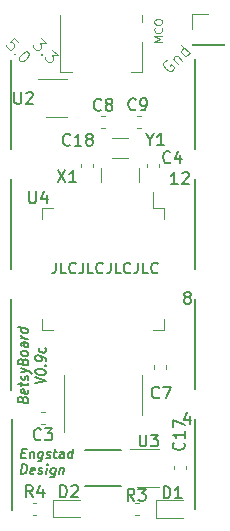
<source format=gto>
%TF.GenerationSoftware,KiCad,Pcbnew,(5.1.10-1-10_14)*%
%TF.CreationDate,2021-05-30T00:03:35-07:00*%
%TF.ProjectId,BetsyBoard,42657473-7942-46f6-9172-642e6b696361,rev?*%
%TF.SameCoordinates,Original*%
%TF.FileFunction,Legend,Top*%
%TF.FilePolarity,Positive*%
%FSLAX46Y46*%
G04 Gerber Fmt 4.6, Leading zero omitted, Abs format (unit mm)*
G04 Created by KiCad (PCBNEW (5.1.10-1-10_14)) date 2021-05-30 00:03:35*
%MOMM*%
%LPD*%
G01*
G04 APERTURE LIST*
%ADD10C,0.150000*%
%ADD11C,0.125000*%
%ADD12C,0.100000*%
%ADD13C,0.120000*%
G04 APERTURE END LIST*
D10*
X112047857Y-79517142D02*
X112047857Y-80160000D01*
X112005000Y-80288571D01*
X111919285Y-80374285D01*
X111790714Y-80417142D01*
X111705000Y-80417142D01*
X112905000Y-80417142D02*
X112476428Y-80417142D01*
X112476428Y-79517142D01*
X113719285Y-80331428D02*
X113676428Y-80374285D01*
X113547857Y-80417142D01*
X113462142Y-80417142D01*
X113333571Y-80374285D01*
X113247857Y-80288571D01*
X113205000Y-80202857D01*
X113162142Y-80031428D01*
X113162142Y-79902857D01*
X113205000Y-79731428D01*
X113247857Y-79645714D01*
X113333571Y-79560000D01*
X113462142Y-79517142D01*
X113547857Y-79517142D01*
X113676428Y-79560000D01*
X113719285Y-79602857D01*
X114362142Y-79517142D02*
X114362142Y-80160000D01*
X114319285Y-80288571D01*
X114233571Y-80374285D01*
X114105000Y-80417142D01*
X114019285Y-80417142D01*
X115219285Y-80417142D02*
X114790714Y-80417142D01*
X114790714Y-79517142D01*
X116033571Y-80331428D02*
X115990714Y-80374285D01*
X115862142Y-80417142D01*
X115776428Y-80417142D01*
X115647857Y-80374285D01*
X115562142Y-80288571D01*
X115519285Y-80202857D01*
X115476428Y-80031428D01*
X115476428Y-79902857D01*
X115519285Y-79731428D01*
X115562142Y-79645714D01*
X115647857Y-79560000D01*
X115776428Y-79517142D01*
X115862142Y-79517142D01*
X115990714Y-79560000D01*
X116033571Y-79602857D01*
X116676428Y-79517142D02*
X116676428Y-80160000D01*
X116633571Y-80288571D01*
X116547857Y-80374285D01*
X116419285Y-80417142D01*
X116333571Y-80417142D01*
X117533571Y-80417142D02*
X117105000Y-80417142D01*
X117105000Y-79517142D01*
X118347857Y-80331428D02*
X118305000Y-80374285D01*
X118176428Y-80417142D01*
X118090714Y-80417142D01*
X117962142Y-80374285D01*
X117876428Y-80288571D01*
X117833571Y-80202857D01*
X117790714Y-80031428D01*
X117790714Y-79902857D01*
X117833571Y-79731428D01*
X117876428Y-79645714D01*
X117962142Y-79560000D01*
X118090714Y-79517142D01*
X118176428Y-79517142D01*
X118305000Y-79560000D01*
X118347857Y-79602857D01*
X118990714Y-79517142D02*
X118990714Y-80160000D01*
X118947857Y-80288571D01*
X118862142Y-80374285D01*
X118733571Y-80417142D01*
X118647857Y-80417142D01*
X119847857Y-80417142D02*
X119419285Y-80417142D01*
X119419285Y-79517142D01*
X120662142Y-80331428D02*
X120619285Y-80374285D01*
X120490714Y-80417142D01*
X120405000Y-80417142D01*
X120276428Y-80374285D01*
X120190714Y-80288571D01*
X120147857Y-80202857D01*
X120105000Y-80031428D01*
X120105000Y-79902857D01*
X120147857Y-79731428D01*
X120190714Y-79645714D01*
X120276428Y-79560000D01*
X120405000Y-79517142D01*
X120490714Y-79517142D01*
X120619285Y-79560000D01*
X120662142Y-79602857D01*
D11*
X121416677Y-62356415D02*
X121315662Y-62390087D01*
X121214647Y-62491102D01*
X121147303Y-62625789D01*
X121147303Y-62760476D01*
X121180975Y-62861491D01*
X121281990Y-63029850D01*
X121383006Y-63130865D01*
X121551364Y-63231880D01*
X121652380Y-63265552D01*
X121787067Y-63265552D01*
X121921754Y-63198209D01*
X121989097Y-63130865D01*
X122056441Y-62996178D01*
X122056441Y-62928835D01*
X121820738Y-62693132D01*
X121686051Y-62827819D01*
X121955425Y-62221728D02*
X122426830Y-62693132D01*
X122022769Y-62289071D02*
X122022769Y-62221728D01*
X122056441Y-62120712D01*
X122157456Y-62019697D01*
X122258471Y-61986025D01*
X122359487Y-62019697D01*
X122729876Y-62390087D01*
X123369639Y-61750323D02*
X122662532Y-61043216D01*
X123335967Y-61716651D02*
X123302296Y-61817667D01*
X123167609Y-61952354D01*
X123066593Y-61986025D01*
X122999250Y-61986025D01*
X122898235Y-61952354D01*
X122696204Y-61750323D01*
X122662532Y-61649308D01*
X122662532Y-61581964D01*
X122696204Y-61480949D01*
X122830891Y-61346262D01*
X122931906Y-61312590D01*
D10*
X108204000Y-82550000D02*
X108204000Y-90297000D01*
X108204000Y-72390000D02*
X108204000Y-80010000D01*
X108204000Y-62357000D02*
X108204000Y-69850000D01*
X108331000Y-100457000D02*
X108331000Y-92710000D01*
X122364523Y-72842380D02*
X121793095Y-72842380D01*
X122078809Y-72842380D02*
X122078809Y-71842380D01*
X121983571Y-71985238D01*
X121888333Y-72080476D01*
X121793095Y-72128095D01*
X122745476Y-71937619D02*
X122793095Y-71890000D01*
X122888333Y-71842380D01*
X123126428Y-71842380D01*
X123221666Y-71890000D01*
X123269285Y-71937619D01*
X123316904Y-72032857D01*
X123316904Y-72128095D01*
X123269285Y-72270952D01*
X122697857Y-72842380D01*
X123316904Y-72842380D01*
X123094761Y-82430952D02*
X122999523Y-82383333D01*
X122951904Y-82335714D01*
X122904285Y-82240476D01*
X122904285Y-82192857D01*
X122951904Y-82097619D01*
X122999523Y-82050000D01*
X123094761Y-82002380D01*
X123285238Y-82002380D01*
X123380476Y-82050000D01*
X123428095Y-82097619D01*
X123475714Y-82192857D01*
X123475714Y-82240476D01*
X123428095Y-82335714D01*
X123380476Y-82383333D01*
X123285238Y-82430952D01*
X123094761Y-82430952D01*
X122999523Y-82478571D01*
X122951904Y-82526190D01*
X122904285Y-82621428D01*
X122904285Y-82811904D01*
X122951904Y-82907142D01*
X122999523Y-82954761D01*
X123094761Y-83002380D01*
X123285238Y-83002380D01*
X123380476Y-82954761D01*
X123428095Y-82907142D01*
X123475714Y-82811904D01*
X123475714Y-82621428D01*
X123428095Y-82526190D01*
X123380476Y-82478571D01*
X123285238Y-82430952D01*
X123380476Y-92495714D02*
X123380476Y-93162380D01*
X123142380Y-92114761D02*
X122904285Y-92829047D01*
X123523333Y-92829047D01*
X123825000Y-92710000D02*
X123825000Y-100330000D01*
X123825000Y-82550000D02*
X123825000Y-90170000D01*
X123825000Y-72390000D02*
X123825000Y-80010000D01*
X123825000Y-62230000D02*
X123825000Y-69850000D01*
D12*
X121068266Y-60817800D02*
X120368266Y-60817800D01*
X120868266Y-60584466D01*
X120368266Y-60351133D01*
X121068266Y-60351133D01*
X121001600Y-59617800D02*
X121034933Y-59651133D01*
X121068266Y-59751133D01*
X121068266Y-59817800D01*
X121034933Y-59917800D01*
X120968266Y-59984466D01*
X120901600Y-60017800D01*
X120768266Y-60051133D01*
X120668266Y-60051133D01*
X120534933Y-60017800D01*
X120468266Y-59984466D01*
X120401600Y-59917800D01*
X120368266Y-59817800D01*
X120368266Y-59751133D01*
X120401600Y-59651133D01*
X120434933Y-59617800D01*
X120368266Y-59184466D02*
X120368266Y-59051133D01*
X120401600Y-58984466D01*
X120468266Y-58917800D01*
X120601600Y-58884466D01*
X120834933Y-58884466D01*
X120968266Y-58917800D01*
X121034933Y-58984466D01*
X121068266Y-59051133D01*
X121068266Y-59184466D01*
X121034933Y-59251133D01*
X120968266Y-59317800D01*
X120834933Y-59351133D01*
X120601600Y-59351133D01*
X120468266Y-59317800D01*
X120401600Y-59251133D01*
X120368266Y-59184466D01*
D11*
X110746446Y-60471996D02*
X111184179Y-60909729D01*
X110679103Y-60943400D01*
X110780118Y-61044416D01*
X110813790Y-61145431D01*
X110813790Y-61212774D01*
X110780118Y-61313790D01*
X110611759Y-61482148D01*
X110510744Y-61515820D01*
X110443400Y-61515820D01*
X110342385Y-61482148D01*
X110140355Y-61280118D01*
X110106683Y-61179103D01*
X110106683Y-61111759D01*
X110847461Y-61852538D02*
X110847461Y-61919881D01*
X110780118Y-61919881D01*
X110780118Y-61852538D01*
X110847461Y-61852538D01*
X110780118Y-61919881D01*
X111756599Y-61482148D02*
X112194331Y-61919881D01*
X111689255Y-61953553D01*
X111790270Y-62054568D01*
X111823942Y-62155583D01*
X111823942Y-62222927D01*
X111790270Y-62323942D01*
X111621912Y-62492301D01*
X111520896Y-62525973D01*
X111453553Y-62525973D01*
X111352538Y-62492301D01*
X111150507Y-62290270D01*
X111116835Y-62189255D01*
X111116835Y-62121912D01*
X108850507Y-60826057D02*
X108513790Y-60489339D01*
X108143400Y-60792385D01*
X108210744Y-60792385D01*
X108311759Y-60826057D01*
X108480118Y-60994416D01*
X108513790Y-61095431D01*
X108513790Y-61162774D01*
X108480118Y-61263790D01*
X108311759Y-61432148D01*
X108210744Y-61465820D01*
X108143400Y-61465820D01*
X108042385Y-61432148D01*
X107874026Y-61263790D01*
X107840355Y-61162774D01*
X107840355Y-61095431D01*
X108547461Y-61802538D02*
X108547461Y-61869881D01*
X108480118Y-61869881D01*
X108480118Y-61802538D01*
X108547461Y-61802538D01*
X108480118Y-61869881D01*
X109658629Y-61634179D02*
X109725973Y-61701522D01*
X109759644Y-61802538D01*
X109759644Y-61869881D01*
X109725973Y-61970896D01*
X109624957Y-62139255D01*
X109456599Y-62307614D01*
X109288240Y-62408629D01*
X109187225Y-62442301D01*
X109119881Y-62442301D01*
X109018866Y-62408629D01*
X108951522Y-62341286D01*
X108917851Y-62240270D01*
X108917851Y-62172927D01*
X108951522Y-62071912D01*
X109052538Y-61903553D01*
X109220896Y-61735194D01*
X109389255Y-61634179D01*
X109490270Y-61600507D01*
X109557614Y-61600507D01*
X109658629Y-61634179D01*
D10*
X109235714Y-91058467D02*
X109278571Y-90949538D01*
X109321428Y-90916800D01*
X109407142Y-90889419D01*
X109535714Y-90905491D01*
X109621428Y-90954300D01*
X109664285Y-90997752D01*
X109707142Y-91079300D01*
X109707142Y-91384062D01*
X108807142Y-91271562D01*
X108807142Y-91004895D01*
X108850000Y-90934062D01*
X108892857Y-90901324D01*
X108978571Y-90873943D01*
X109064285Y-90884657D01*
X109150000Y-90933467D01*
X109192857Y-90976919D01*
X109235714Y-91058467D01*
X109235714Y-91325133D01*
X109664285Y-90273943D02*
X109707142Y-90355491D01*
X109707142Y-90507872D01*
X109664285Y-90578705D01*
X109578571Y-90606086D01*
X109235714Y-90563229D01*
X109150000Y-90514419D01*
X109107142Y-90432872D01*
X109107142Y-90280491D01*
X109150000Y-90209657D01*
X109235714Y-90182276D01*
X109321428Y-90192991D01*
X109407142Y-90584657D01*
X109107142Y-89937633D02*
X109107142Y-89632872D01*
X108807142Y-89785848D02*
X109578571Y-89882276D01*
X109664285Y-89854895D01*
X109707142Y-89784062D01*
X109707142Y-89707872D01*
X109664285Y-89473943D02*
X109707142Y-89403110D01*
X109707142Y-89250729D01*
X109664285Y-89169181D01*
X109578571Y-89120372D01*
X109535714Y-89115014D01*
X109450000Y-89142395D01*
X109407142Y-89213229D01*
X109407142Y-89327514D01*
X109364285Y-89398348D01*
X109278571Y-89425729D01*
X109235714Y-89420372D01*
X109150000Y-89371562D01*
X109107142Y-89290014D01*
X109107142Y-89175729D01*
X109150000Y-89104895D01*
X109107142Y-88794776D02*
X109707142Y-88679300D01*
X109107142Y-88413824D02*
X109707142Y-88679300D01*
X109921428Y-88782276D01*
X109964285Y-88825729D01*
X110007142Y-88907276D01*
X109235714Y-87858467D02*
X109278571Y-87749538D01*
X109321428Y-87716800D01*
X109407142Y-87689419D01*
X109535714Y-87705491D01*
X109621428Y-87754300D01*
X109664285Y-87797752D01*
X109707142Y-87879300D01*
X109707142Y-88184062D01*
X108807142Y-88071562D01*
X108807142Y-87804895D01*
X108850000Y-87734062D01*
X108892857Y-87701324D01*
X108978571Y-87673943D01*
X109064285Y-87684657D01*
X109150000Y-87733467D01*
X109192857Y-87776919D01*
X109235714Y-87858467D01*
X109235714Y-88125133D01*
X109707142Y-87269776D02*
X109664285Y-87340610D01*
X109621428Y-87373348D01*
X109535714Y-87400729D01*
X109278571Y-87368586D01*
X109192857Y-87319776D01*
X109150000Y-87276324D01*
X109107142Y-87194776D01*
X109107142Y-87080491D01*
X109150000Y-87009657D01*
X109192857Y-86976919D01*
X109278571Y-86949538D01*
X109535714Y-86981681D01*
X109621428Y-87030491D01*
X109664285Y-87073943D01*
X109707142Y-87155491D01*
X109707142Y-87269776D01*
X109707142Y-86317395D02*
X109235714Y-86258467D01*
X109150000Y-86285848D01*
X109107142Y-86356681D01*
X109107142Y-86509062D01*
X109150000Y-86590610D01*
X109664285Y-86312038D02*
X109707142Y-86393586D01*
X109707142Y-86584062D01*
X109664285Y-86654895D01*
X109578571Y-86682276D01*
X109492857Y-86671562D01*
X109407142Y-86622752D01*
X109364285Y-86541205D01*
X109364285Y-86350729D01*
X109321428Y-86269181D01*
X109707142Y-85936443D02*
X109107142Y-85861443D01*
X109278571Y-85882872D02*
X109192857Y-85834062D01*
X109150000Y-85790610D01*
X109107142Y-85709062D01*
X109107142Y-85632872D01*
X109707142Y-85098348D02*
X108807142Y-84985848D01*
X109664285Y-85092991D02*
X109707142Y-85174538D01*
X109707142Y-85326919D01*
X109664285Y-85397752D01*
X109621428Y-85430491D01*
X109535714Y-85457872D01*
X109278571Y-85425729D01*
X109192857Y-85376919D01*
X109150000Y-85333467D01*
X109107142Y-85251919D01*
X109107142Y-85099538D01*
X109150000Y-85028705D01*
X110307142Y-89690610D02*
X111207142Y-89536443D01*
X110307142Y-89157276D01*
X110307142Y-88738229D02*
X110307142Y-88662038D01*
X110350000Y-88591205D01*
X110392857Y-88558467D01*
X110478571Y-88531086D01*
X110650000Y-88514419D01*
X110864285Y-88541205D01*
X111035714Y-88600729D01*
X111121428Y-88649538D01*
X111164285Y-88692991D01*
X111207142Y-88774538D01*
X111207142Y-88850729D01*
X111164285Y-88921562D01*
X111121428Y-88954300D01*
X111035714Y-88981681D01*
X110864285Y-88998348D01*
X110650000Y-88971562D01*
X110478571Y-88912038D01*
X110392857Y-88863229D01*
X110350000Y-88819776D01*
X110307142Y-88738229D01*
X111121428Y-88230491D02*
X111164285Y-88197752D01*
X111207142Y-88241205D01*
X111164285Y-88273943D01*
X111121428Y-88230491D01*
X111207142Y-88241205D01*
X111207142Y-87822157D02*
X111207142Y-87669776D01*
X111164285Y-87588229D01*
X111121428Y-87544776D01*
X110992857Y-87452514D01*
X110821428Y-87392991D01*
X110478571Y-87350133D01*
X110392857Y-87377514D01*
X110350000Y-87410252D01*
X110307142Y-87481086D01*
X110307142Y-87633467D01*
X110350000Y-87715014D01*
X110392857Y-87758467D01*
X110478571Y-87807276D01*
X110692857Y-87834062D01*
X110778571Y-87806681D01*
X110821428Y-87773943D01*
X110864285Y-87703110D01*
X110864285Y-87550729D01*
X110821428Y-87469181D01*
X110778571Y-87425729D01*
X110692857Y-87376919D01*
X111164285Y-86750133D02*
X111207142Y-86831681D01*
X111207142Y-86984062D01*
X111164285Y-87054895D01*
X111121428Y-87087633D01*
X111035714Y-87115014D01*
X110778571Y-87082872D01*
X110692857Y-87034062D01*
X110650000Y-86990610D01*
X110607142Y-86909062D01*
X110607142Y-86756681D01*
X110650000Y-86685848D01*
X109145119Y-95617857D02*
X109411785Y-95617857D01*
X109473690Y-96036904D02*
X109092738Y-96036904D01*
X109192738Y-95236904D01*
X109573690Y-95236904D01*
X109883214Y-95503571D02*
X109816547Y-96036904D01*
X109873690Y-95579761D02*
X109916547Y-95541666D01*
X109997500Y-95503571D01*
X110111785Y-95503571D01*
X110183214Y-95541666D01*
X110211785Y-95617857D01*
X110159404Y-96036904D01*
X110949880Y-95503571D02*
X110868928Y-96151190D01*
X110821309Y-96227380D01*
X110778452Y-96265476D01*
X110697500Y-96303571D01*
X110583214Y-96303571D01*
X110511785Y-96265476D01*
X110887976Y-95998809D02*
X110807023Y-96036904D01*
X110654642Y-96036904D01*
X110583214Y-95998809D01*
X110549880Y-95960714D01*
X110521309Y-95884523D01*
X110549880Y-95655952D01*
X110597500Y-95579761D01*
X110640357Y-95541666D01*
X110721309Y-95503571D01*
X110873690Y-95503571D01*
X110945119Y-95541666D01*
X111230833Y-95998809D02*
X111302261Y-96036904D01*
X111454642Y-96036904D01*
X111535595Y-95998809D01*
X111583214Y-95922619D01*
X111587976Y-95884523D01*
X111559404Y-95808333D01*
X111487976Y-95770238D01*
X111373690Y-95770238D01*
X111302261Y-95732142D01*
X111273690Y-95655952D01*
X111278452Y-95617857D01*
X111326071Y-95541666D01*
X111407023Y-95503571D01*
X111521309Y-95503571D01*
X111592738Y-95541666D01*
X111864166Y-95503571D02*
X112168928Y-95503571D01*
X112011785Y-95236904D02*
X111926071Y-95922619D01*
X111954642Y-95998809D01*
X112026071Y-96036904D01*
X112102261Y-96036904D01*
X112711785Y-96036904D02*
X112764166Y-95617857D01*
X112735595Y-95541666D01*
X112664166Y-95503571D01*
X112511785Y-95503571D01*
X112430833Y-95541666D01*
X112716547Y-95998809D02*
X112635595Y-96036904D01*
X112445119Y-96036904D01*
X112373690Y-95998809D01*
X112345119Y-95922619D01*
X112354642Y-95846428D01*
X112402261Y-95770238D01*
X112483214Y-95732142D01*
X112673690Y-95732142D01*
X112754642Y-95694047D01*
X113435595Y-96036904D02*
X113535595Y-95236904D01*
X113440357Y-95998809D02*
X113359404Y-96036904D01*
X113207023Y-96036904D01*
X113135595Y-95998809D01*
X113102261Y-95960714D01*
X113073690Y-95884523D01*
X113102261Y-95655952D01*
X113149880Y-95579761D01*
X113192738Y-95541666D01*
X113273690Y-95503571D01*
X113426071Y-95503571D01*
X113497500Y-95541666D01*
X109092738Y-97386904D02*
X109192738Y-96586904D01*
X109383214Y-96586904D01*
X109492738Y-96625000D01*
X109559404Y-96701190D01*
X109587976Y-96777380D01*
X109607023Y-96929761D01*
X109592738Y-97044047D01*
X109535595Y-97196428D01*
X109487976Y-97272619D01*
X109402261Y-97348809D01*
X109283214Y-97386904D01*
X109092738Y-97386904D01*
X110202261Y-97348809D02*
X110121309Y-97386904D01*
X109968928Y-97386904D01*
X109897500Y-97348809D01*
X109868928Y-97272619D01*
X109907023Y-96967857D01*
X109954642Y-96891666D01*
X110035595Y-96853571D01*
X110187976Y-96853571D01*
X110259404Y-96891666D01*
X110287976Y-96967857D01*
X110278452Y-97044047D01*
X109887976Y-97120238D01*
X110545119Y-97348809D02*
X110616547Y-97386904D01*
X110768928Y-97386904D01*
X110849880Y-97348809D01*
X110897500Y-97272619D01*
X110902261Y-97234523D01*
X110873690Y-97158333D01*
X110802261Y-97120238D01*
X110687976Y-97120238D01*
X110616547Y-97082142D01*
X110587976Y-97005952D01*
X110592738Y-96967857D01*
X110640357Y-96891666D01*
X110721309Y-96853571D01*
X110835595Y-96853571D01*
X110907023Y-96891666D01*
X111226071Y-97386904D02*
X111292738Y-96853571D01*
X111326071Y-96586904D02*
X111283214Y-96625000D01*
X111316547Y-96663095D01*
X111359404Y-96625000D01*
X111326071Y-96586904D01*
X111316547Y-96663095D01*
X112016547Y-96853571D02*
X111935595Y-97501190D01*
X111887976Y-97577380D01*
X111845119Y-97615476D01*
X111764166Y-97653571D01*
X111649880Y-97653571D01*
X111578452Y-97615476D01*
X111954642Y-97348809D02*
X111873690Y-97386904D01*
X111721309Y-97386904D01*
X111649880Y-97348809D01*
X111616547Y-97310714D01*
X111587976Y-97234523D01*
X111616547Y-97005952D01*
X111664166Y-96929761D01*
X111707023Y-96891666D01*
X111787976Y-96853571D01*
X111940357Y-96853571D01*
X112011785Y-96891666D01*
X112397500Y-96853571D02*
X112330833Y-97386904D01*
X112387976Y-96929761D02*
X112430833Y-96891666D01*
X112511785Y-96853571D01*
X112626071Y-96853571D01*
X112697500Y-96891666D01*
X112726071Y-96967857D01*
X112673690Y-97386904D01*
D13*
%TO.C,P6*%
X123587200Y-61070800D02*
X126247200Y-61070800D01*
X123587200Y-61010800D02*
X123587200Y-61070800D01*
X126247200Y-61010800D02*
X126247200Y-61070800D01*
X123587200Y-61010800D02*
X126247200Y-61010800D01*
X123587200Y-59740800D02*
X123587200Y-58410800D01*
X123587200Y-58410800D02*
X124917200Y-58410800D01*
%TO.C,C18*%
X115210000Y-71440580D02*
X115210000Y-71159420D01*
X114190000Y-71440580D02*
X114190000Y-71159420D01*
%TO.C,C4*%
X120810000Y-71440580D02*
X120810000Y-71159420D01*
X119790000Y-71440580D02*
X119790000Y-71159420D01*
D10*
%TO.C,SW2*%
X114530000Y-95370000D02*
X117530000Y-95370000D01*
X117530000Y-98370000D02*
X114530000Y-98370000D01*
D13*
%TO.C,J1*%
X112374800Y-63319400D02*
X113374800Y-63319400D01*
X119374800Y-63319400D02*
X118374800Y-63319400D01*
X112374800Y-63319400D02*
X112374800Y-58519400D01*
X119374800Y-63319400D02*
X119374800Y-60819400D01*
X119374800Y-58519400D02*
X119374800Y-59119400D01*
%TO.C,U3*%
X120740000Y-95264800D02*
X118290000Y-95264800D01*
X118940000Y-98484800D02*
X120740000Y-98484800D01*
%TO.C,Y1*%
X118185000Y-70665000D02*
X116835000Y-70665000D01*
X118185000Y-68915000D02*
X116835000Y-68915000D01*
%TO.C,X1*%
X115900000Y-72700000D02*
X115900000Y-71450000D01*
X119100000Y-72700000D02*
X119100000Y-71450000D01*
%TO.C,P3*%
X112730000Y-93878000D02*
X112730000Y-89028000D01*
X119330000Y-89028000D02*
X119330000Y-92428000D01*
%TO.C,U2*%
X113000000Y-63990000D02*
X110550000Y-63990000D01*
X111200000Y-67210000D02*
X113000000Y-67210000D01*
%TO.C,R4*%
X110398779Y-100840000D02*
X110073221Y-100840000D01*
X110398779Y-99820000D02*
X110073221Y-99820000D01*
%TO.C,R3*%
X119062779Y-100860000D02*
X118737221Y-100860000D01*
X119062779Y-99840000D02*
X118737221Y-99840000D01*
%TO.C,D2*%
X114084000Y-99595000D02*
X111799000Y-99595000D01*
X111799000Y-99595000D02*
X111799000Y-101065000D01*
X111799000Y-101065000D02*
X114084000Y-101065000D01*
%TO.C,D1*%
X122770800Y-99620400D02*
X120485800Y-99620400D01*
X120485800Y-99620400D02*
X120485800Y-101090400D01*
X120485800Y-101090400D02*
X122770800Y-101090400D01*
%TO.C,C17*%
X123042400Y-96686621D02*
X123042400Y-97012179D01*
X122022400Y-96686621D02*
X122022400Y-97012179D01*
%TO.C,C9*%
X119212779Y-68124000D02*
X118887221Y-68124000D01*
X119212779Y-67104000D02*
X118887221Y-67104000D01*
%TO.C,C8*%
X115887221Y-67104000D02*
X116212779Y-67104000D01*
X115887221Y-68124000D02*
X116212779Y-68124000D01*
%TO.C,C3*%
X111112779Y-93160000D02*
X110787221Y-93160000D01*
X111112779Y-92140000D02*
X110787221Y-92140000D01*
%TO.C,C7*%
X120390000Y-88462779D02*
X120390000Y-88137221D01*
X121410000Y-88462779D02*
X121410000Y-88137221D01*
%TO.C,U4*%
X121180000Y-75810000D02*
X121180000Y-74910000D01*
X121180000Y-74910000D02*
X120280000Y-74910000D01*
X120280000Y-74910000D02*
X120280000Y-73560000D01*
X121180000Y-84310000D02*
X121180000Y-85210000D01*
X121180000Y-85210000D02*
X120280000Y-85210000D01*
X110880000Y-75810000D02*
X110880000Y-74910000D01*
X110880000Y-74910000D02*
X111780000Y-74910000D01*
X110880000Y-84310000D02*
X110880000Y-85210000D01*
X110880000Y-85210000D02*
X111780000Y-85210000D01*
%TO.C,C18*%
D10*
X113257142Y-69507142D02*
X113209523Y-69554761D01*
X113066666Y-69602380D01*
X112971428Y-69602380D01*
X112828571Y-69554761D01*
X112733333Y-69459523D01*
X112685714Y-69364285D01*
X112638095Y-69173809D01*
X112638095Y-69030952D01*
X112685714Y-68840476D01*
X112733333Y-68745238D01*
X112828571Y-68650000D01*
X112971428Y-68602380D01*
X113066666Y-68602380D01*
X113209523Y-68650000D01*
X113257142Y-68697619D01*
X114209523Y-69602380D02*
X113638095Y-69602380D01*
X113923809Y-69602380D02*
X113923809Y-68602380D01*
X113828571Y-68745238D01*
X113733333Y-68840476D01*
X113638095Y-68888095D01*
X114780952Y-69030952D02*
X114685714Y-68983333D01*
X114638095Y-68935714D01*
X114590476Y-68840476D01*
X114590476Y-68792857D01*
X114638095Y-68697619D01*
X114685714Y-68650000D01*
X114780952Y-68602380D01*
X114971428Y-68602380D01*
X115066666Y-68650000D01*
X115114285Y-68697619D01*
X115161904Y-68792857D01*
X115161904Y-68840476D01*
X115114285Y-68935714D01*
X115066666Y-68983333D01*
X114971428Y-69030952D01*
X114780952Y-69030952D01*
X114685714Y-69078571D01*
X114638095Y-69126190D01*
X114590476Y-69221428D01*
X114590476Y-69411904D01*
X114638095Y-69507142D01*
X114685714Y-69554761D01*
X114780952Y-69602380D01*
X114971428Y-69602380D01*
X115066666Y-69554761D01*
X115114285Y-69507142D01*
X115161904Y-69411904D01*
X115161904Y-69221428D01*
X115114285Y-69126190D01*
X115066666Y-69078571D01*
X114971428Y-69030952D01*
%TO.C,C4*%
X121733333Y-70982142D02*
X121685714Y-71029761D01*
X121542857Y-71077380D01*
X121447619Y-71077380D01*
X121304761Y-71029761D01*
X121209523Y-70934523D01*
X121161904Y-70839285D01*
X121114285Y-70648809D01*
X121114285Y-70505952D01*
X121161904Y-70315476D01*
X121209523Y-70220238D01*
X121304761Y-70125000D01*
X121447619Y-70077380D01*
X121542857Y-70077380D01*
X121685714Y-70125000D01*
X121733333Y-70172619D01*
X122590476Y-70410714D02*
X122590476Y-71077380D01*
X122352380Y-70029761D02*
X122114285Y-70744047D01*
X122733333Y-70744047D01*
%TO.C,U3*%
X119138095Y-94052380D02*
X119138095Y-94861904D01*
X119185714Y-94957142D01*
X119233333Y-95004761D01*
X119328571Y-95052380D01*
X119519047Y-95052380D01*
X119614285Y-95004761D01*
X119661904Y-94957142D01*
X119709523Y-94861904D01*
X119709523Y-94052380D01*
X120090476Y-94052380D02*
X120709523Y-94052380D01*
X120376190Y-94433333D01*
X120519047Y-94433333D01*
X120614285Y-94480952D01*
X120661904Y-94528571D01*
X120709523Y-94623809D01*
X120709523Y-94861904D01*
X120661904Y-94957142D01*
X120614285Y-95004761D01*
X120519047Y-95052380D01*
X120233333Y-95052380D01*
X120138095Y-95004761D01*
X120090476Y-94957142D01*
%TO.C,Y1*%
X119998809Y-69076190D02*
X119998809Y-69552380D01*
X119665476Y-68552380D02*
X119998809Y-69076190D01*
X120332142Y-68552380D01*
X121189285Y-69552380D02*
X120617857Y-69552380D01*
X120903571Y-69552380D02*
X120903571Y-68552380D01*
X120808333Y-68695238D01*
X120713095Y-68790476D01*
X120617857Y-68838095D01*
%TO.C,X1*%
X112190476Y-71677380D02*
X112857142Y-72677380D01*
X112857142Y-71677380D02*
X112190476Y-72677380D01*
X113761904Y-72677380D02*
X113190476Y-72677380D01*
X113476190Y-72677380D02*
X113476190Y-71677380D01*
X113380952Y-71820238D01*
X113285714Y-71915476D01*
X113190476Y-71963095D01*
%TO.C,U2*%
X108538095Y-65052380D02*
X108538095Y-65861904D01*
X108585714Y-65957142D01*
X108633333Y-66004761D01*
X108728571Y-66052380D01*
X108919047Y-66052380D01*
X109014285Y-66004761D01*
X109061904Y-65957142D01*
X109109523Y-65861904D01*
X109109523Y-65052380D01*
X109538095Y-65147619D02*
X109585714Y-65100000D01*
X109680952Y-65052380D01*
X109919047Y-65052380D01*
X110014285Y-65100000D01*
X110061904Y-65147619D01*
X110109523Y-65242857D01*
X110109523Y-65338095D01*
X110061904Y-65480952D01*
X109490476Y-66052380D01*
X110109523Y-66052380D01*
%TO.C,R4*%
X110083333Y-99352380D02*
X109750000Y-98876190D01*
X109511904Y-99352380D02*
X109511904Y-98352380D01*
X109892857Y-98352380D01*
X109988095Y-98400000D01*
X110035714Y-98447619D01*
X110083333Y-98542857D01*
X110083333Y-98685714D01*
X110035714Y-98780952D01*
X109988095Y-98828571D01*
X109892857Y-98876190D01*
X109511904Y-98876190D01*
X110940476Y-98685714D02*
X110940476Y-99352380D01*
X110702380Y-98304761D02*
X110464285Y-99019047D01*
X111083333Y-99019047D01*
%TO.C,R3*%
X118681933Y-99652380D02*
X118348600Y-99176190D01*
X118110504Y-99652380D02*
X118110504Y-98652380D01*
X118491457Y-98652380D01*
X118586695Y-98700000D01*
X118634314Y-98747619D01*
X118681933Y-98842857D01*
X118681933Y-98985714D01*
X118634314Y-99080952D01*
X118586695Y-99128571D01*
X118491457Y-99176190D01*
X118110504Y-99176190D01*
X119015266Y-98652380D02*
X119634314Y-98652380D01*
X119300980Y-99033333D01*
X119443838Y-99033333D01*
X119539076Y-99080952D01*
X119586695Y-99128571D01*
X119634314Y-99223809D01*
X119634314Y-99461904D01*
X119586695Y-99557142D01*
X119539076Y-99604761D01*
X119443838Y-99652380D01*
X119158123Y-99652380D01*
X119062885Y-99604761D01*
X119015266Y-99557142D01*
%TO.C,D2*%
X112411904Y-99352380D02*
X112411904Y-98352380D01*
X112650000Y-98352380D01*
X112792857Y-98400000D01*
X112888095Y-98495238D01*
X112935714Y-98590476D01*
X112983333Y-98780952D01*
X112983333Y-98923809D01*
X112935714Y-99114285D01*
X112888095Y-99209523D01*
X112792857Y-99304761D01*
X112650000Y-99352380D01*
X112411904Y-99352380D01*
X113364285Y-98447619D02*
X113411904Y-98400000D01*
X113507142Y-98352380D01*
X113745238Y-98352380D01*
X113840476Y-98400000D01*
X113888095Y-98447619D01*
X113935714Y-98542857D01*
X113935714Y-98638095D01*
X113888095Y-98780952D01*
X113316666Y-99352380D01*
X113935714Y-99352380D01*
%TO.C,D1*%
X121161904Y-99452380D02*
X121161904Y-98452380D01*
X121400000Y-98452380D01*
X121542857Y-98500000D01*
X121638095Y-98595238D01*
X121685714Y-98690476D01*
X121733333Y-98880952D01*
X121733333Y-99023809D01*
X121685714Y-99214285D01*
X121638095Y-99309523D01*
X121542857Y-99404761D01*
X121400000Y-99452380D01*
X121161904Y-99452380D01*
X122685714Y-99452380D02*
X122114285Y-99452380D01*
X122400000Y-99452380D02*
X122400000Y-98452380D01*
X122304761Y-98595238D01*
X122209523Y-98690476D01*
X122114285Y-98738095D01*
%TO.C,C17*%
X122857142Y-94742857D02*
X122904761Y-94790476D01*
X122952380Y-94933333D01*
X122952380Y-95028571D01*
X122904761Y-95171428D01*
X122809523Y-95266666D01*
X122714285Y-95314285D01*
X122523809Y-95361904D01*
X122380952Y-95361904D01*
X122190476Y-95314285D01*
X122095238Y-95266666D01*
X122000000Y-95171428D01*
X121952380Y-95028571D01*
X121952380Y-94933333D01*
X122000000Y-94790476D01*
X122047619Y-94742857D01*
X122952380Y-93790476D02*
X122952380Y-94361904D01*
X122952380Y-94076190D02*
X121952380Y-94076190D01*
X122095238Y-94171428D01*
X122190476Y-94266666D01*
X122238095Y-94361904D01*
X121952380Y-93457142D02*
X121952380Y-92790476D01*
X122952380Y-93219047D01*
%TO.C,C9*%
X118803333Y-66507142D02*
X118755714Y-66554761D01*
X118612857Y-66602380D01*
X118517619Y-66602380D01*
X118374761Y-66554761D01*
X118279523Y-66459523D01*
X118231904Y-66364285D01*
X118184285Y-66173809D01*
X118184285Y-66030952D01*
X118231904Y-65840476D01*
X118279523Y-65745238D01*
X118374761Y-65650000D01*
X118517619Y-65602380D01*
X118612857Y-65602380D01*
X118755714Y-65650000D01*
X118803333Y-65697619D01*
X119279523Y-66602380D02*
X119470000Y-66602380D01*
X119565238Y-66554761D01*
X119612857Y-66507142D01*
X119708095Y-66364285D01*
X119755714Y-66173809D01*
X119755714Y-65792857D01*
X119708095Y-65697619D01*
X119660476Y-65650000D01*
X119565238Y-65602380D01*
X119374761Y-65602380D01*
X119279523Y-65650000D01*
X119231904Y-65697619D01*
X119184285Y-65792857D01*
X119184285Y-66030952D01*
X119231904Y-66126190D01*
X119279523Y-66173809D01*
X119374761Y-66221428D01*
X119565238Y-66221428D01*
X119660476Y-66173809D01*
X119708095Y-66126190D01*
X119755714Y-66030952D01*
%TO.C,C8*%
X115883333Y-66541142D02*
X115835714Y-66588761D01*
X115692857Y-66636380D01*
X115597619Y-66636380D01*
X115454761Y-66588761D01*
X115359523Y-66493523D01*
X115311904Y-66398285D01*
X115264285Y-66207809D01*
X115264285Y-66064952D01*
X115311904Y-65874476D01*
X115359523Y-65779238D01*
X115454761Y-65684000D01*
X115597619Y-65636380D01*
X115692857Y-65636380D01*
X115835714Y-65684000D01*
X115883333Y-65731619D01*
X116454761Y-66064952D02*
X116359523Y-66017333D01*
X116311904Y-65969714D01*
X116264285Y-65874476D01*
X116264285Y-65826857D01*
X116311904Y-65731619D01*
X116359523Y-65684000D01*
X116454761Y-65636380D01*
X116645238Y-65636380D01*
X116740476Y-65684000D01*
X116788095Y-65731619D01*
X116835714Y-65826857D01*
X116835714Y-65874476D01*
X116788095Y-65969714D01*
X116740476Y-66017333D01*
X116645238Y-66064952D01*
X116454761Y-66064952D01*
X116359523Y-66112571D01*
X116311904Y-66160190D01*
X116264285Y-66255428D01*
X116264285Y-66445904D01*
X116311904Y-66541142D01*
X116359523Y-66588761D01*
X116454761Y-66636380D01*
X116645238Y-66636380D01*
X116740476Y-66588761D01*
X116788095Y-66541142D01*
X116835714Y-66445904D01*
X116835714Y-66255428D01*
X116788095Y-66160190D01*
X116740476Y-66112571D01*
X116645238Y-66064952D01*
%TO.C,C3*%
X110783333Y-94437142D02*
X110735714Y-94484761D01*
X110592857Y-94532380D01*
X110497619Y-94532380D01*
X110354761Y-94484761D01*
X110259523Y-94389523D01*
X110211904Y-94294285D01*
X110164285Y-94103809D01*
X110164285Y-93960952D01*
X110211904Y-93770476D01*
X110259523Y-93675238D01*
X110354761Y-93580000D01*
X110497619Y-93532380D01*
X110592857Y-93532380D01*
X110735714Y-93580000D01*
X110783333Y-93627619D01*
X111116666Y-93532380D02*
X111735714Y-93532380D01*
X111402380Y-93913333D01*
X111545238Y-93913333D01*
X111640476Y-93960952D01*
X111688095Y-94008571D01*
X111735714Y-94103809D01*
X111735714Y-94341904D01*
X111688095Y-94437142D01*
X111640476Y-94484761D01*
X111545238Y-94532380D01*
X111259523Y-94532380D01*
X111164285Y-94484761D01*
X111116666Y-94437142D01*
%TO.C,C7*%
X120783333Y-90907142D02*
X120735714Y-90954761D01*
X120592857Y-91002380D01*
X120497619Y-91002380D01*
X120354761Y-90954761D01*
X120259523Y-90859523D01*
X120211904Y-90764285D01*
X120164285Y-90573809D01*
X120164285Y-90430952D01*
X120211904Y-90240476D01*
X120259523Y-90145238D01*
X120354761Y-90050000D01*
X120497619Y-90002380D01*
X120592857Y-90002380D01*
X120735714Y-90050000D01*
X120783333Y-90097619D01*
X121116666Y-90002380D02*
X121783333Y-90002380D01*
X121354761Y-91002380D01*
%TO.C,U4*%
X109778895Y-73467980D02*
X109778895Y-74277504D01*
X109826514Y-74372742D01*
X109874133Y-74420361D01*
X109969371Y-74467980D01*
X110159847Y-74467980D01*
X110255085Y-74420361D01*
X110302704Y-74372742D01*
X110350323Y-74277504D01*
X110350323Y-73467980D01*
X111255085Y-73801314D02*
X111255085Y-74467980D01*
X111016990Y-73420361D02*
X110778895Y-74134647D01*
X111397942Y-74134647D01*
%TD*%
M02*

</source>
